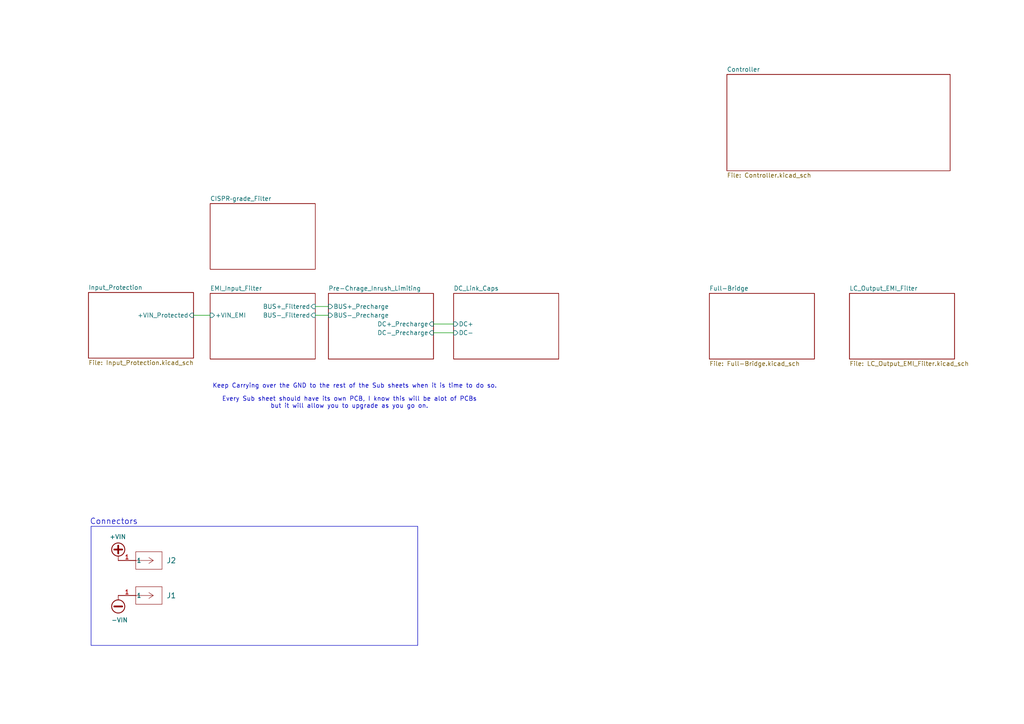
<source format=kicad_sch>
(kicad_sch (version 20250114) (generator "eeschema") (generator_version "9.0")
  (paper "A4")
  (lib_symbols
    (symbol "SiC_Inverter:23AH8785-Black" (pin_names (offset 0.254))
      (property "Reference" "J" (at 8.89 4.064 0))
      (symbol "23AH8785-Black_1_1"
        (polyline (pts (xy 5.08 2.54) (xy 5.08 -2.54)) (stroke (width 0.127)))
        (polyline (pts (xy 5.08 -2.54) (xy 12.7 -2.54)) (stroke (width 0.127)))
        (polyline (pts (xy 10.16 0) (xy 5.08 0)) (stroke (width 0.127)))
        (polyline (pts (xy 10.16 0) (xy 8.89 0.8467)) (stroke (width 0.127)))
        (polyline (pts (xy 10.16 0) (xy 8.89 -0.8467)) (stroke (width 0.127)))
        (polyline (pts (xy 12.7 2.54) (xy 5.08 2.54)) (stroke (width 0.127)))
        (polyline (pts (xy 12.7 -2.54) (xy 12.7 2.54)) (stroke (width 0.127)))
        (pin unspecified line (at 0 0 0) (length 5.08) (name "1") (number "1"))
      )
      (symbol "23AH8785-Black_1_2"
        (polyline (pts (xy 5.08 2.54) (xy 5.08 -2.54)) (stroke (width 0.127)))
        (polyline (pts (xy 5.08 -2.54) (xy 12.7 -2.54)) (stroke (width 0.127)))
        (polyline (pts (xy 7.62 0) (xy 5.08 0)) (stroke (width 0.127)))
        (polyline (pts (xy 7.62 0) (xy 8.89 0.8467)) (stroke (width 0.127)))
        (polyline (pts (xy 7.62 0) (xy 8.89 -0.8467)) (stroke (width 0.127)))
        (polyline (pts (xy 12.7 2.54) (xy 5.08 2.54)) (stroke (width 0.127)))
        (polyline (pts (xy 12.7 -2.54) (xy 12.7 2.54)) (stroke (width 0.127)))
        (pin unspecified line (at 0 0 0) (length 5.08) (name "1") (number "1"))
      )
    )
    (symbol "SiC_Inverter:23AH8786-Red" (pin_names (offset 0.254))
      (property "Reference" "J" (at 8.89 4.064 0))
      (symbol "23AH8786-Red_1_1"
        (polyline (pts (xy 5.08 2.54) (xy 5.08 -2.54)) (stroke (width 0.127)))
        (polyline (pts (xy 5.08 -2.54) (xy 12.7 -2.54)) (stroke (width 0.127)))
        (polyline (pts (xy 10.16 0) (xy 5.08 0)) (stroke (width 0.127)))
        (polyline (pts (xy 10.16 0) (xy 8.89 0.8467)) (stroke (width 0.127)))
        (polyline (pts (xy 10.16 0) (xy 8.89 -0.8467)) (stroke (width 0.127)))
        (polyline (pts (xy 12.7 2.54) (xy 5.08 2.54)) (stroke (width 0.127)))
        (polyline (pts (xy 12.7 -2.54) (xy 12.7 2.54)) (stroke (width 0.127)))
        (pin unspecified line (at 0 0 0) (length 5.08) (name "1") (number "1"))
      )
      (symbol "23AH8786-Red_1_2"
        (polyline (pts (xy 5.08 2.54) (xy 5.08 -2.54)) (stroke (width 0.127)))
        (polyline (pts (xy 5.08 -2.54) (xy 12.7 -2.54)) (stroke (width 0.127)))
        (polyline (pts (xy 7.62 0) (xy 5.08 0)) (stroke (width 0.127)))
        (polyline (pts (xy 7.62 0) (xy 8.89 0.8467)) (stroke (width 0.127)))
        (polyline (pts (xy 7.62 0) (xy 8.89 -0.8467)) (stroke (width 0.127)))
        (polyline (pts (xy 12.7 2.54) (xy 5.08 2.54)) (stroke (width 0.127)))
        (polyline (pts (xy 12.7 -2.54) (xy 12.7 2.54)) (stroke (width 0.127)))
        (pin unspecified line (at 0 0 0) (length 5.08) (name "1") (number "1"))
      )
    )
    (symbol "power:+VDC" (power) (pin_numbers (hide yes)) (pin_names (offset 0) (hide yes))
      (property "Value" "+VDC" (at 0 6.35 0))
      (symbol "+VDC_0_1"
        (polyline (pts (xy -1.143 3.175) (xy 1.143 3.175)) (stroke (width 0.508)))
        (circle (center 0 3.175) (radius 1.905) (stroke (width 0.254)))
        (polyline (pts (xy 0 2.032) (xy 0 4.318)) (stroke (width 0.508)))
        (polyline (pts (xy 0 0) (xy 0 1.27)))
      )
      (symbol "+VDC_1_1"
        (pin power_in line (at 0 0 90) (length 0) (name "~") (number "1"))
      )
    )
    (symbol "power:-VDC" (power) (pin_numbers (hide yes)) (pin_names (offset 0) (hide yes))
      (property "Value" "-VDC" (at 0 6.35 0))
      (symbol "-VDC_0_1"
        (polyline (pts (xy -1.143 3.175) (xy 1.143 3.175)) (stroke (width 0.508)))
        (circle (center 0 3.175) (radius 1.905) (stroke (width 0.254)))
        (polyline (pts (xy 0 0) (xy 0 1.27)))
      )
      (symbol "-VDC_1_1"
        (pin power_in line (at 0 0 90) (length 0) (name "~") (number "1"))
      )
    )
  )
  (rectangle (start 26.416 152.654) (end 121.158 187.198))
  (text "Every Sub sheet should have its own PCB, I know this will be alot of PCBs\nbut it will allow you to upgrade as you go on.\n" (at 101.346 116.84 0) (effects (font (size 1.27 1.27))))
  (text "Keep Carrying over the GND to the rest of the Sub sheets when it is time to do so. \n" (at 103.378 112.014 0) (effects (font (size 1.27 1.27))))
  (text "Connectors" (at 33.02 151.384 0) (effects (font (size 1.651 1.651))))
  (wire (pts (xy 91.44 88.9) (xy 95.25 88.9)))
  (wire (pts (xy 125.73 93.98) (xy 131.572 93.98)))
  (wire (pts (xy 56.134 91.44) (xy 60.96 91.44)))
  (wire (pts (xy 91.44 91.44) (xy 95.25 91.44)))
  (wire (pts (xy 125.73 96.52) (xy 131.572 96.52)))
  (symbol (lib_id "SiC_Inverter:23AH8785-Black") (at 34.29 172.72 0) (unit 1)
    (property "Reference" "J1" (at 48.26 172.7199 0) (effects (font (size 1.524 1.524)) (justify left)))
    (property "Value" "23AH8785-Black" (effects (hide yes)))
    (property "Footprint" "SiC_Inverter:23AH8785-Black" (effects (hide yes)))
    (property "Datasheet" "https://www.farnell.com/datasheets/3945771.pdf" (effects (hide yes)))
    (property "Description" "Black:The 66.9040-22 is an 4mm Angled Socket for mounting on PCBs, gold-plated brass contact terminal." (effects (hide yes)))
  )
  (symbol (lib_id "power:+VDC") (at 34.29 162.56 0) (unit 1)
    (property "Reference" "#PWR05" (effects (hide yes)))
    (property "Value" "+VIN" (at 31.75 155.702 0) (effects (justify left)))
    (property "Description" "Power symbol creates a global label with name \"+VDC\"" (effects (hide yes)))
  )
  (symbol (lib_id "SiC_Inverter:23AH8786-Red") (at 34.29 162.56 0) (unit 1)
    (property "Reference" "J2" (at 48.26 162.5599 0) (effects (font (size 1.524 1.524)) (justify left)))
    (property "Value" "23AH8786-Red" (effects (hide yes)))
    (property "Footprint" "SiC_Inverter:23AH8786-Red" (effects (hide yes)))
    (property "Datasheet" "https://www.farnell.com/datasheets/3945771.pdf" (effects (hide yes)))
    (property "Description" "Red: The 66.9040-22 is an 4mm Angled Socket for mounting on PCBs, gold-plated brass contact terminal." (effects (hide yes)))
  )
  (symbol (lib_id "power:-VDC") (at 34.29 172.72 180) (unit 1)
    (property "Reference" "#PWR01" (effects (hide yes)))
    (property "Value" "-VIN" (at 32.258 179.832 0) (effects (justify right)))
    (property "Description" "Power symbol creates a global label with name \"-VDC\"" (effects (hide yes)))
  )
  (sheet (at 95.25 85.09) (size 30.48 19.05) (stroke (width 0.1524))
    (property "Sheetname" "Pre-Chrage_Inrush_Limiting" (at 95.25 84.3784 0) (effects (justify left bottom)))
    (property "Sheetfile" "Pre-Chrage_Inrush_Limiting.kicad_sch" (effects (hide yes)))
    (pin "BUS+_Precharge" input (at 95.25 88.9 180))
    (pin "BUS-_Precharge" input (at 95.25 91.44 180))
    (pin "DC+_Precharge" input (at 125.73 93.98 0))
    (pin "DC-_Precharge" input (at 125.73 96.52 0))
  )
  (sheet (at 60.96 85.09) (size 30.48 19.05) (stroke (width 0.1524))
    (property "Sheetname" "EMI_Input_Filter" (at 60.96 84.3784 0) (effects (justify left bottom)))
    (property "Sheetfile" "EMI_Input_Filter.kicad_sch" (effects (hide yes)))
    (pin "BUS+_Filtered" input (at 91.44 88.9 0))
    (pin "BUS-_Filtered" input (at 91.44 91.44 0))
    (pin "+VIN_EMI" input (at 60.96 91.44 180))
  )
  (sheet (at 210.82 21.59) (size 64.77 27.94) (stroke (width 0.1524))
    (property "Sheetname" "Controller" (at 210.82 20.8784 0) (effects (justify left bottom)))
    (property "Sheetfile" "Controller.kicad_sch" (at 210.82 50.1146 0) (effects (justify left top)))
  )
  (sheet (at 60.96 59.055) (size 30.48 19.05) (stroke (width 0.1524))
    (property "Sheetname" "CISPR‑grade_Filter" (at 60.96 58.3434 0) (effects (justify left bottom)))
    (property "Sheetfile" "CISPR‑grade_Filter.kicad_sch" (effects (hide yes)))
  )
  (sheet (at 131.572 85.09) (size 30.48 19.05) (stroke (width 0.1524))
    (property "Sheetname" "DC_Link_Caps" (at 131.572 84.3784 0) (effects (justify left bottom)))
    (property "Sheetfile" "DC_Link_Caps.kicad_sch" (effects (hide yes)))
    (pin "DC+" input (at 131.572 93.98 180))
    (pin "DC-" input (at 131.572 96.52 180))
  )
  (sheet (at 205.74 85.09) (size 30.48 19.05) (stroke (width 0.1524))
    (property "Sheetname" "Full-Bridge" (at 205.74 84.3784 0) (effects (justify left bottom)))
    (property "Sheetfile" "Full-Bridge.kicad_sch" (at 205.74 104.7246 0) (effects (justify left top)))
  )
  (sheet (at 246.38 85.09) (size 30.48 19.05) (stroke (width 0.1524))
    (property "Sheetname" "LC_Output_EMI_Filter" (at 246.38 84.3784 0) (effects (justify left bottom)))
    (property "Sheetfile" "LC_Output_EMI_Filter.kicad_sch" (at 246.38 104.7246 0) (effects (justify left top)))
  )
  (sheet (at 25.654 84.836) (size 30.48 19.05) (stroke (width 0.1524))
    (property "Sheetname" "Input_Protection" (at 25.654 84.1244 0) (effects (justify left bottom)))
    (property "Sheetfile" "Input_Protection.kicad_sch" (at 25.654 104.4706 0) (effects (justify left top)))
    (pin "+VIN_Protected" input (at 56.134 91.44 0))
  )
)
</source>
